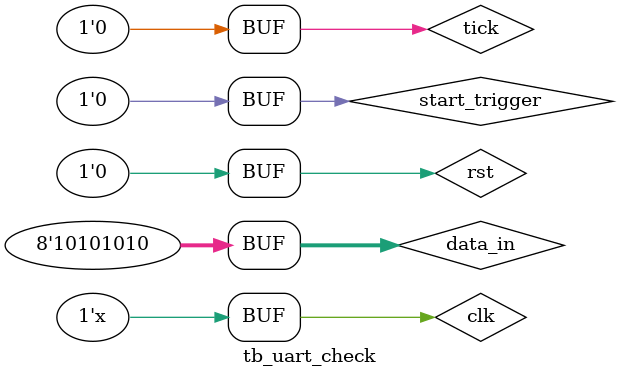
<source format=v>
`timescale 1ns / 1ps


`timescale 1ns / 1ps

module tb_uart_check();

    // Testbench signals
    reg clk;
    reg rst;
    reg tick;
    reg start_trigger;
    reg [7:0] data_in;
    wire o_tx;
    wire o_tx_done;

    // Instantiate the uart_h and uart_tx modules
    uart_h u_h (
        .clk(clk),
        .rst(rst),
        .tick(tick),
        .start_trigger(start_trigger),
        .data_in(data_in),
        .o_tx(o_tx),
        .o_tx_done(o_tx_done)
    );

    // Clock generation
    always begin
        #5 clk = ~clk;  // 100MHz clock period (10ns period)
    end

    // Test stimulus
    initial begin
        // Initialize signals
        clk = 0;
        rst = 0;
        tick = 0;
        start_trigger = 0;
        data_in = 8'b10101010;

        #10;
        
    end

    // Monitor the outputs (optional)
    initial begin
        $monitor("Time: %t, o_tx: %b, o_tx_done: %b", $time, o_tx, o_tx_done);
    end

endmodule


</source>
